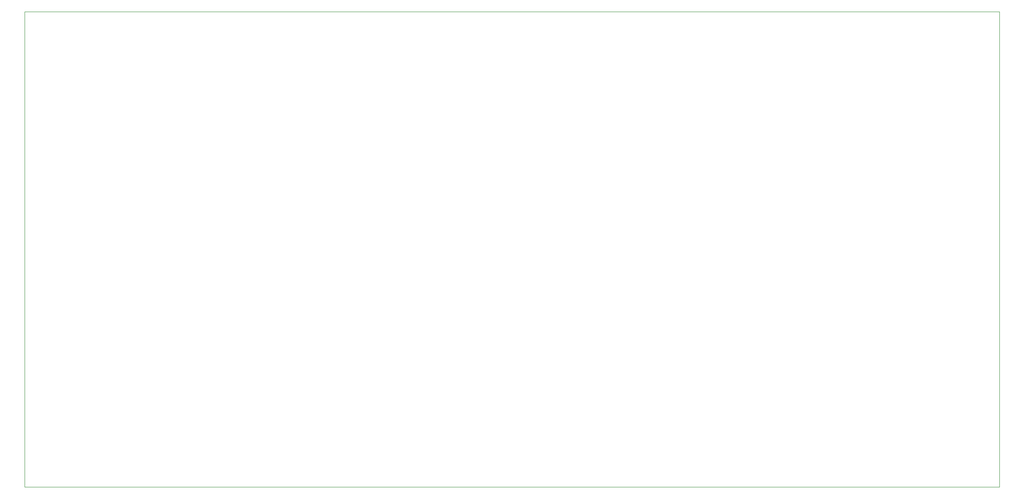
<source format=gbr>
%TF.GenerationSoftware,KiCad,Pcbnew,9.0.0*%
%TF.CreationDate,2026-01-23T12:34:58+00:00*%
%TF.ProjectId,LadybirdRadioUpdated,4c616479-6269-4726-9452-6164696f5570,rev?*%
%TF.SameCoordinates,Original*%
%TF.FileFunction,Profile,NP*%
%FSLAX46Y46*%
G04 Gerber Fmt 4.6, Leading zero omitted, Abs format (unit mm)*
G04 Created by KiCad (PCBNEW 9.0.0) date 2026-01-23 12:34:58*
%MOMM*%
%LPD*%
G01*
G04 APERTURE LIST*
%TA.AperFunction,Profile*%
%ADD10C,0.050000*%
%TD*%
G04 APERTURE END LIST*
D10*
X18500000Y-34200000D02*
X209700000Y-34200000D01*
X209700000Y-127400000D01*
X18500000Y-127400000D01*
X18500000Y-34200000D01*
M02*

</source>
